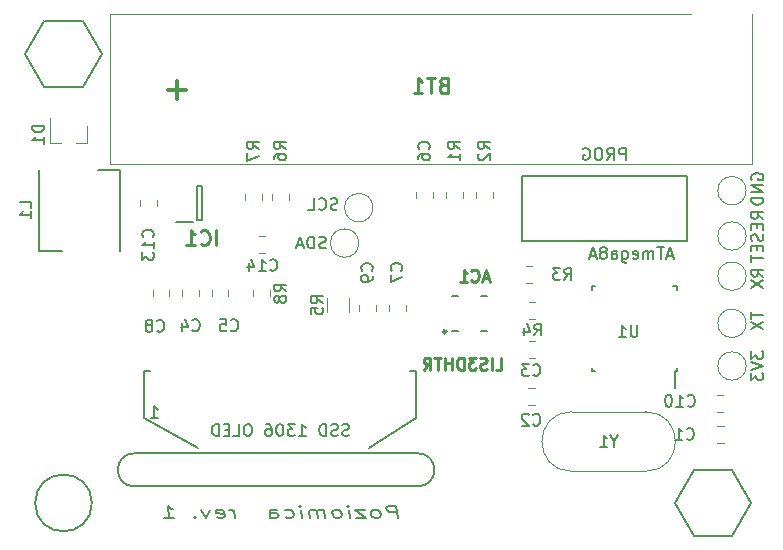
<source format=gbr>
G04 #@! TF.GenerationSoftware,KiCad,Pcbnew,(5.0.2)-1*
G04 #@! TF.CreationDate,2020-02-24T21:14:20+01:00*
G04 #@! TF.ProjectId,Poziomica 1.0,506f7a69-6f6d-4696-9361-20312e302e6b,rev?*
G04 #@! TF.SameCoordinates,Original*
G04 #@! TF.FileFunction,Legend,Bot*
G04 #@! TF.FilePolarity,Positive*
%FSLAX46Y46*%
G04 Gerber Fmt 4.6, Leading zero omitted, Abs format (unit mm)*
G04 Created by KiCad (PCBNEW (5.0.2)-1) date 24.02.2020 21:14:20*
%MOMM*%
%LPD*%
G01*
G04 APERTURE LIST*
%ADD10C,0.150000*%
%ADD11C,0.200000*%
%ADD12C,0.120000*%
%ADD13C,0.100000*%
%ADD14C,0.254000*%
%ADD15C,0.300000*%
%ADD16C,0.250000*%
G04 APERTURE END LIST*
D10*
X7400000Y-43000000D02*
G75*
G03X7400000Y-43000000I-2400000J0D01*
G01*
X58375129Y-45785641D02*
X56775129Y-43014359D01*
X61600000Y-45800000D02*
X58400000Y-45800000D01*
X56775129Y-42985641D02*
X58375129Y-40214359D01*
X58400000Y-40200000D02*
X61600000Y-40200000D01*
X61624871Y-40214359D02*
X63224871Y-42985641D01*
X63224871Y-43014359D02*
X61624871Y-45785641D01*
X6624871Y-2214359D02*
X8224871Y-4985641D01*
X8224871Y-5014359D02*
X6624871Y-7785641D01*
X6600000Y-7800000D02*
X3400000Y-7800000D01*
X3375129Y-7785641D02*
X1775129Y-5014359D01*
X1775129Y-4985641D02*
X3375129Y-2214359D01*
X3400000Y-2200000D02*
X6600000Y-2200000D01*
X11000000Y-41600000D02*
X35000000Y-41600000D01*
X35000000Y-38800000D02*
X11000000Y-38800000D01*
X35000000Y-38800000D02*
G75*
G02X35000000Y-41600000I0J-1400000D01*
G01*
X11000000Y-41600000D02*
G75*
G02X11000000Y-38800000I0J1400000D01*
G01*
D11*
X33306904Y-44252380D02*
X33181904Y-43252380D01*
X32610476Y-43252380D01*
X32473571Y-43300000D01*
X32408095Y-43347619D01*
X32348571Y-43442857D01*
X32366428Y-43585714D01*
X32449761Y-43680952D01*
X32527142Y-43728571D01*
X32675952Y-43776190D01*
X33247380Y-43776190D01*
X31592619Y-44252380D02*
X31729523Y-44204761D01*
X31795000Y-44157142D01*
X31854523Y-44061904D01*
X31818809Y-43776190D01*
X31735476Y-43680952D01*
X31658095Y-43633333D01*
X31509285Y-43585714D01*
X31295000Y-43585714D01*
X31158095Y-43633333D01*
X31092619Y-43680952D01*
X31033095Y-43776190D01*
X31068809Y-44061904D01*
X31152142Y-44157142D01*
X31229523Y-44204761D01*
X31378333Y-44252380D01*
X31592619Y-44252380D01*
X30509285Y-43585714D02*
X29723571Y-43585714D01*
X30592619Y-44252380D01*
X29806904Y-44252380D01*
X29235476Y-44252380D02*
X29152142Y-43585714D01*
X29110476Y-43252380D02*
X29187857Y-43300000D01*
X29122380Y-43347619D01*
X29045000Y-43300000D01*
X29110476Y-43252380D01*
X29122380Y-43347619D01*
X28306904Y-44252380D02*
X28443809Y-44204761D01*
X28509285Y-44157142D01*
X28568809Y-44061904D01*
X28533095Y-43776190D01*
X28449761Y-43680952D01*
X28372380Y-43633333D01*
X28223571Y-43585714D01*
X28009285Y-43585714D01*
X27872380Y-43633333D01*
X27806904Y-43680952D01*
X27747380Y-43776190D01*
X27783095Y-44061904D01*
X27866428Y-44157142D01*
X27943809Y-44204761D01*
X28092619Y-44252380D01*
X28306904Y-44252380D01*
X27164047Y-44252380D02*
X27080714Y-43585714D01*
X27092619Y-43680952D02*
X27015238Y-43633333D01*
X26866428Y-43585714D01*
X26652142Y-43585714D01*
X26515238Y-43633333D01*
X26455714Y-43728571D01*
X26521190Y-44252380D01*
X26455714Y-43728571D02*
X26372380Y-43633333D01*
X26223571Y-43585714D01*
X26009285Y-43585714D01*
X25872380Y-43633333D01*
X25812857Y-43728571D01*
X25878333Y-44252380D01*
X25164047Y-44252380D02*
X25080714Y-43585714D01*
X25039047Y-43252380D02*
X25116428Y-43300000D01*
X25050952Y-43347619D01*
X24973571Y-43300000D01*
X25039047Y-43252380D01*
X25050952Y-43347619D01*
X23800952Y-44204761D02*
X23949761Y-44252380D01*
X24235476Y-44252380D01*
X24372380Y-44204761D01*
X24437857Y-44157142D01*
X24497380Y-44061904D01*
X24461666Y-43776190D01*
X24378333Y-43680952D01*
X24300952Y-43633333D01*
X24152142Y-43585714D01*
X23866428Y-43585714D01*
X23729523Y-43633333D01*
X22521190Y-44252380D02*
X22455714Y-43728571D01*
X22515238Y-43633333D01*
X22652142Y-43585714D01*
X22937857Y-43585714D01*
X23086666Y-43633333D01*
X22515238Y-44204761D02*
X22664047Y-44252380D01*
X23021190Y-44252380D01*
X23158095Y-44204761D01*
X23217619Y-44109523D01*
X23205714Y-44014285D01*
X23122380Y-43919047D01*
X22973571Y-43871428D01*
X22616428Y-43871428D01*
X22467619Y-43823809D01*
X19521190Y-44252380D02*
X19437857Y-43585714D01*
X19461666Y-43776190D02*
X19378333Y-43680952D01*
X19300952Y-43633333D01*
X19152142Y-43585714D01*
X19009285Y-43585714D01*
X18015238Y-44204761D02*
X18164047Y-44252380D01*
X18449761Y-44252380D01*
X18586666Y-44204761D01*
X18646190Y-44109523D01*
X18598571Y-43728571D01*
X18515238Y-43633333D01*
X18366428Y-43585714D01*
X18080714Y-43585714D01*
X17943809Y-43633333D01*
X17884285Y-43728571D01*
X17896190Y-43823809D01*
X18622380Y-43919047D01*
X17366428Y-43585714D02*
X17092619Y-44252380D01*
X16652142Y-43585714D01*
X16152142Y-44157142D02*
X16086666Y-44204761D01*
X16164047Y-44252380D01*
X16229523Y-44204761D01*
X16152142Y-44157142D01*
X16164047Y-44252380D01*
X13521190Y-44252380D02*
X14378333Y-44252380D01*
X13949761Y-44252380D02*
X13824761Y-43252380D01*
X13985476Y-43395238D01*
X14140238Y-43490476D01*
X14289047Y-43538095D01*
D12*
G04 #@! TO.C,R8*
X22460000Y-25511252D02*
X22460000Y-24988748D01*
X21040000Y-25511252D02*
X21040000Y-24988748D01*
D13*
G04 #@! TO.C,BT1*
X8972000Y-1570000D02*
X58150000Y-1570000D01*
X8972000Y-14270000D02*
X8972000Y-1570000D01*
X63328000Y-14270000D02*
X8972000Y-14270000D01*
X63328000Y-1570000D02*
X63328000Y-14270000D01*
D11*
G04 #@! TO.C,AC1*
X37870000Y-28470000D02*
X37870000Y-28470000D01*
X37870000Y-28470000D02*
X37870000Y-28470000D01*
X37870000Y-28470000D02*
X38370000Y-28470000D01*
X40870000Y-28470000D02*
X40870000Y-28470000D01*
X40870000Y-28470000D02*
X40370000Y-28470000D01*
X37870000Y-25470000D02*
X37870000Y-25470000D01*
X37870000Y-25470000D02*
X38370000Y-25470000D01*
X40870000Y-25470000D02*
X40870000Y-25470000D01*
X40870000Y-25470000D02*
X40370000Y-25470000D01*
D14*
X37395000Y-28494000D02*
G75*
G03X37395000Y-28494000I-125000J0D01*
G01*
D12*
G04 #@! TO.C,Y1*
X54285000Y-35275000D02*
X48035000Y-35275000D01*
X54285000Y-40325000D02*
X48035000Y-40325000D01*
X54285000Y-40325000D02*
G75*
G03X54285000Y-35275000I0J2525000D01*
G01*
X48035000Y-40325000D02*
G75*
G02X48035000Y-35275000I0J2525000D01*
G01*
G04 #@! TO.C,C4*
X15040000Y-25511252D02*
X15040000Y-24988748D01*
X16460000Y-25511252D02*
X16460000Y-24988748D01*
D10*
G04 #@! TO.C,J1*
X57800000Y-15310000D02*
X43800000Y-15310000D01*
X57800000Y-20810000D02*
X57800000Y-15310000D01*
X43800000Y-20810000D02*
X57800000Y-20810000D01*
X43800000Y-15310000D02*
X43800000Y-20810000D01*
G04 #@! TO.C,CON1*
X11860000Y-35820000D02*
X11860000Y-31820000D01*
X16360000Y-38320000D02*
X11860000Y-35820000D01*
X34860000Y-35820000D02*
X30860000Y-38320000D01*
X34860000Y-31820000D02*
X34860000Y-35820000D01*
X34860000Y-31820000D02*
X34360000Y-31820000D01*
X11860000Y-31820000D02*
X12360000Y-31820000D01*
D12*
G04 #@! TO.C,C1*
X60363748Y-37910000D02*
X60886252Y-37910000D01*
X60363748Y-36490000D02*
X60886252Y-36490000D01*
G04 #@! TO.C,C2*
X44886252Y-34710000D02*
X44363748Y-34710000D01*
X44886252Y-33290000D02*
X44363748Y-33290000D01*
G04 #@! TO.C,C3*
X44442748Y-30728000D02*
X44965252Y-30728000D01*
X44442748Y-29308000D02*
X44965252Y-29308000D01*
G04 #@! TO.C,C5*
X18960000Y-25511252D02*
X18960000Y-24988748D01*
X17540000Y-25511252D02*
X17540000Y-24988748D01*
G04 #@! TO.C,C6*
X36270000Y-16688748D02*
X36270000Y-17211252D01*
X34850000Y-16688748D02*
X34850000Y-17211252D01*
G04 #@! TO.C,C7*
X32540000Y-26761252D02*
X32540000Y-26238748D01*
X33960000Y-26761252D02*
X33960000Y-26238748D01*
G04 #@! TO.C,C8*
X12540000Y-24988748D02*
X12540000Y-25511252D01*
X13960000Y-24988748D02*
X13960000Y-25511252D01*
G04 #@! TO.C,C9*
X31460000Y-26761252D02*
X31460000Y-26238748D01*
X30040000Y-26761252D02*
X30040000Y-26238748D01*
G04 #@! TO.C,C10*
X60338748Y-33890000D02*
X60861252Y-33890000D01*
X60338748Y-35310000D02*
X60861252Y-35310000D01*
G04 #@! TO.C,R1*
X38810000Y-17211252D02*
X38810000Y-16688748D01*
X37390000Y-17211252D02*
X37390000Y-16688748D01*
G04 #@! TO.C,R2*
X39930000Y-17211252D02*
X39930000Y-16688748D01*
X41350000Y-17211252D02*
X41350000Y-16688748D01*
G04 #@! TO.C,R3*
X44188748Y-24378000D02*
X44711252Y-24378000D01*
X44188748Y-22958000D02*
X44711252Y-22958000D01*
G04 #@! TO.C,R4*
X44442748Y-26006000D02*
X44965252Y-26006000D01*
X44442748Y-27426000D02*
X44965252Y-27426000D01*
G04 #@! TO.C,TP1*
X62800000Y-31400000D02*
G75*
G03X62800000Y-31400000I-1200000J0D01*
G01*
G04 #@! TO.C,TP2*
X31200000Y-18000000D02*
G75*
G03X31200000Y-18000000I-1200000J0D01*
G01*
G04 #@! TO.C,TP3*
X30000000Y-21000000D02*
G75*
G03X30000000Y-21000000I-1200000J0D01*
G01*
G04 #@! TO.C,TP4*
X62800000Y-16556000D02*
G75*
G03X62800000Y-16556000I-1200000J0D01*
G01*
G04 #@! TO.C,TP5*
X62800000Y-20400000D02*
G75*
G03X62800000Y-20400000I-1200000J0D01*
G01*
D10*
G04 #@! TO.C,U1*
X56965000Y-31865000D02*
X56740000Y-31865000D01*
X56965000Y-24615000D02*
X56640000Y-24615000D01*
X49715000Y-24615000D02*
X50040000Y-24615000D01*
X49715000Y-31865000D02*
X50040000Y-31865000D01*
X56965000Y-31865000D02*
X56965000Y-31540000D01*
X49715000Y-31865000D02*
X49715000Y-31540000D01*
X49715000Y-24615000D02*
X49715000Y-24940000D01*
X56965000Y-24615000D02*
X56965000Y-24940000D01*
X56740000Y-31865000D02*
X56740000Y-33290000D01*
D12*
G04 #@! TO.C,C13*
X12902000Y-17310748D02*
X12902000Y-17833252D01*
X11482000Y-17310748D02*
X11482000Y-17833252D01*
G04 #@! TO.C,C14*
X22105252Y-20418000D02*
X21582748Y-20418000D01*
X22105252Y-21838000D02*
X21582748Y-21838000D01*
G04 #@! TO.C,R6*
X22658000Y-17325252D02*
X22658000Y-16802748D01*
X24078000Y-17325252D02*
X24078000Y-16802748D01*
G04 #@! TO.C,R7*
X20372000Y-16802748D02*
X20372000Y-17325252D01*
X21792000Y-16802748D02*
X21792000Y-17325252D01*
G04 #@! TO.C,R5*
X27340000Y-25647936D02*
X27340000Y-26852064D01*
X29160000Y-25647936D02*
X29160000Y-26852064D01*
D10*
G04 #@! TO.C,L1*
X2971000Y-21629000D02*
X4876000Y-21629000D01*
X2971000Y-14771000D02*
X2971000Y-21629000D01*
X9829000Y-14771000D02*
X7924000Y-14771000D01*
X9829000Y-21629000D02*
X9829000Y-14771000D01*
D12*
G04 #@! TO.C,TP6*
X62800000Y-23800000D02*
G75*
G03X62800000Y-23800000I-1200000J0D01*
G01*
G04 #@! TO.C,TP7*
X62800000Y-27800000D02*
G75*
G03X62800000Y-27800000I-1200000J0D01*
G01*
G04 #@! TO.C,D1*
X6980000Y-12560000D02*
X6050000Y-12560000D01*
X3820000Y-12560000D02*
X4750000Y-12560000D01*
X3820000Y-12560000D02*
X3820000Y-10400000D01*
X6980000Y-12560000D02*
X6980000Y-11100000D01*
D11*
G04 #@! TO.C,IC1*
X16300000Y-19050000D02*
X16700000Y-19050000D01*
X16700000Y-19050000D02*
X16700000Y-16150000D01*
X16700000Y-16150000D02*
X16300000Y-16150000D01*
X16300000Y-16150000D02*
X16300000Y-19050000D01*
X14550000Y-19200000D02*
X15950000Y-19200000D01*
G04 #@! TO.C,R8*
D10*
X23852380Y-25083333D02*
X23376190Y-24750000D01*
X23852380Y-24511904D02*
X22852380Y-24511904D01*
X22852380Y-24892857D01*
X22900000Y-24988095D01*
X22947619Y-25035714D01*
X23042857Y-25083333D01*
X23185714Y-25083333D01*
X23280952Y-25035714D01*
X23328571Y-24988095D01*
X23376190Y-24892857D01*
X23376190Y-24511904D01*
X23280952Y-25654761D02*
X23233333Y-25559523D01*
X23185714Y-25511904D01*
X23090476Y-25464285D01*
X23042857Y-25464285D01*
X22947619Y-25511904D01*
X22900000Y-25559523D01*
X22852380Y-25654761D01*
X22852380Y-25845238D01*
X22900000Y-25940476D01*
X22947619Y-25988095D01*
X23042857Y-26035714D01*
X23090476Y-26035714D01*
X23185714Y-25988095D01*
X23233333Y-25940476D01*
X23280952Y-25845238D01*
X23280952Y-25654761D01*
X23328571Y-25559523D01*
X23376190Y-25511904D01*
X23471428Y-25464285D01*
X23661904Y-25464285D01*
X23757142Y-25511904D01*
X23804761Y-25559523D01*
X23852380Y-25654761D01*
X23852380Y-25845238D01*
X23804761Y-25940476D01*
X23757142Y-25988095D01*
X23661904Y-26035714D01*
X23471428Y-26035714D01*
X23376190Y-25988095D01*
X23328571Y-25940476D01*
X23280952Y-25845238D01*
G04 #@! TO.C,BT1*
D14*
X37147857Y-7606285D02*
X36966428Y-7666761D01*
X36905952Y-7727238D01*
X36845476Y-7848190D01*
X36845476Y-8029619D01*
X36905952Y-8150571D01*
X36966428Y-8211047D01*
X37087380Y-8271523D01*
X37571190Y-8271523D01*
X37571190Y-7001523D01*
X37147857Y-7001523D01*
X37026904Y-7062000D01*
X36966428Y-7122476D01*
X36905952Y-7243428D01*
X36905952Y-7364380D01*
X36966428Y-7485333D01*
X37026904Y-7545809D01*
X37147857Y-7606285D01*
X37571190Y-7606285D01*
X36482619Y-7001523D02*
X35756904Y-7001523D01*
X36119761Y-8271523D02*
X36119761Y-7001523D01*
X34668333Y-8271523D02*
X35394047Y-8271523D01*
X35031190Y-8271523D02*
X35031190Y-7001523D01*
X35152142Y-7182952D01*
X35273095Y-7303904D01*
X35394047Y-7364380D01*
D15*
X15409904Y-8062857D02*
X13886095Y-8062857D01*
X14648000Y-8824761D02*
X14648000Y-7300952D01*
G04 #@! TO.C,AC1*
D16*
X41014285Y-23966666D02*
X40538095Y-23966666D01*
X41109523Y-24252380D02*
X40776190Y-23252380D01*
X40442857Y-24252380D01*
X39538095Y-24157142D02*
X39585714Y-24204761D01*
X39728571Y-24252380D01*
X39823809Y-24252380D01*
X39966666Y-24204761D01*
X40061904Y-24109523D01*
X40109523Y-24014285D01*
X40157142Y-23823809D01*
X40157142Y-23680952D01*
X40109523Y-23490476D01*
X40061904Y-23395238D01*
X39966666Y-23300000D01*
X39823809Y-23252380D01*
X39728571Y-23252380D01*
X39585714Y-23300000D01*
X39538095Y-23347619D01*
X38585714Y-24252380D02*
X39157142Y-24252380D01*
X38871428Y-24252380D02*
X38871428Y-23252380D01*
X38966666Y-23395238D01*
X39061904Y-23490476D01*
X39157142Y-23538095D01*
X41585714Y-31702380D02*
X42061904Y-31702380D01*
X42061904Y-30702380D01*
X41252380Y-31702380D02*
X41252380Y-30702380D01*
X40823809Y-31654761D02*
X40680952Y-31702380D01*
X40442857Y-31702380D01*
X40347619Y-31654761D01*
X40300000Y-31607142D01*
X40252380Y-31511904D01*
X40252380Y-31416666D01*
X40300000Y-31321428D01*
X40347619Y-31273809D01*
X40442857Y-31226190D01*
X40633333Y-31178571D01*
X40728571Y-31130952D01*
X40776190Y-31083333D01*
X40823809Y-30988095D01*
X40823809Y-30892857D01*
X40776190Y-30797619D01*
X40728571Y-30750000D01*
X40633333Y-30702380D01*
X40395238Y-30702380D01*
X40252380Y-30750000D01*
X39919047Y-30702380D02*
X39300000Y-30702380D01*
X39633333Y-31083333D01*
X39490476Y-31083333D01*
X39395238Y-31130952D01*
X39347619Y-31178571D01*
X39300000Y-31273809D01*
X39300000Y-31511904D01*
X39347619Y-31607142D01*
X39395238Y-31654761D01*
X39490476Y-31702380D01*
X39776190Y-31702380D01*
X39871428Y-31654761D01*
X39919047Y-31607142D01*
X38871428Y-31702380D02*
X38871428Y-30702380D01*
X38633333Y-30702380D01*
X38490476Y-30750000D01*
X38395238Y-30845238D01*
X38347619Y-30940476D01*
X38300000Y-31130952D01*
X38300000Y-31273809D01*
X38347619Y-31464285D01*
X38395238Y-31559523D01*
X38490476Y-31654761D01*
X38633333Y-31702380D01*
X38871428Y-31702380D01*
X37871428Y-31702380D02*
X37871428Y-30702380D01*
X37871428Y-31178571D02*
X37300000Y-31178571D01*
X37300000Y-31702380D02*
X37300000Y-30702380D01*
X36966666Y-30702380D02*
X36395238Y-30702380D01*
X36680952Y-31702380D02*
X36680952Y-30702380D01*
X35490476Y-31702380D02*
X35823809Y-31226190D01*
X36061904Y-31702380D02*
X36061904Y-30702380D01*
X35680952Y-30702380D01*
X35585714Y-30750000D01*
X35538095Y-30797619D01*
X35490476Y-30892857D01*
X35490476Y-31035714D01*
X35538095Y-31130952D01*
X35585714Y-31178571D01*
X35680952Y-31226190D01*
X36061904Y-31226190D01*
G04 #@! TO.C,Y1*
D10*
X51636190Y-37776190D02*
X51636190Y-38252380D01*
X51969523Y-37252380D02*
X51636190Y-37776190D01*
X51302857Y-37252380D01*
X50445714Y-38252380D02*
X51017142Y-38252380D01*
X50731428Y-38252380D02*
X50731428Y-37252380D01*
X50826666Y-37395238D01*
X50921904Y-37490476D01*
X51017142Y-37538095D01*
G04 #@! TO.C,C4*
X15916666Y-28357142D02*
X15964285Y-28404761D01*
X16107142Y-28452380D01*
X16202380Y-28452380D01*
X16345238Y-28404761D01*
X16440476Y-28309523D01*
X16488095Y-28214285D01*
X16535714Y-28023809D01*
X16535714Y-27880952D01*
X16488095Y-27690476D01*
X16440476Y-27595238D01*
X16345238Y-27500000D01*
X16202380Y-27452380D01*
X16107142Y-27452380D01*
X15964285Y-27500000D01*
X15916666Y-27547619D01*
X15059523Y-27785714D02*
X15059523Y-28452380D01*
X15297619Y-27404761D02*
X15535714Y-28119047D01*
X14916666Y-28119047D01*
G04 #@! TO.C,J1*
X52585714Y-13960380D02*
X52585714Y-12960380D01*
X52204761Y-12960380D01*
X52109523Y-13008000D01*
X52061904Y-13055619D01*
X52014285Y-13150857D01*
X52014285Y-13293714D01*
X52061904Y-13388952D01*
X52109523Y-13436571D01*
X52204761Y-13484190D01*
X52585714Y-13484190D01*
X51014285Y-13960380D02*
X51347619Y-13484190D01*
X51585714Y-13960380D02*
X51585714Y-12960380D01*
X51204761Y-12960380D01*
X51109523Y-13008000D01*
X51061904Y-13055619D01*
X51014285Y-13150857D01*
X51014285Y-13293714D01*
X51061904Y-13388952D01*
X51109523Y-13436571D01*
X51204761Y-13484190D01*
X51585714Y-13484190D01*
X50395238Y-12960380D02*
X50204761Y-12960380D01*
X50109523Y-13008000D01*
X50014285Y-13103238D01*
X49966666Y-13293714D01*
X49966666Y-13627047D01*
X50014285Y-13817523D01*
X50109523Y-13912761D01*
X50204761Y-13960380D01*
X50395238Y-13960380D01*
X50490476Y-13912761D01*
X50585714Y-13817523D01*
X50633333Y-13627047D01*
X50633333Y-13293714D01*
X50585714Y-13103238D01*
X50490476Y-13008000D01*
X50395238Y-12960380D01*
X49014285Y-13008000D02*
X49109523Y-12960380D01*
X49252380Y-12960380D01*
X49395238Y-13008000D01*
X49490476Y-13103238D01*
X49538095Y-13198476D01*
X49585714Y-13388952D01*
X49585714Y-13531809D01*
X49538095Y-13722285D01*
X49490476Y-13817523D01*
X49395238Y-13912761D01*
X49252380Y-13960380D01*
X49157142Y-13960380D01*
X49014285Y-13912761D01*
X48966666Y-13865142D01*
X48966666Y-13531809D01*
X49157142Y-13531809D01*
G04 #@! TO.C,CON1*
X29177523Y-37280761D02*
X29034666Y-37328380D01*
X28796571Y-37328380D01*
X28701333Y-37280761D01*
X28653714Y-37233142D01*
X28606095Y-37137904D01*
X28606095Y-37042666D01*
X28653714Y-36947428D01*
X28701333Y-36899809D01*
X28796571Y-36852190D01*
X28987047Y-36804571D01*
X29082285Y-36756952D01*
X29129904Y-36709333D01*
X29177523Y-36614095D01*
X29177523Y-36518857D01*
X29129904Y-36423619D01*
X29082285Y-36376000D01*
X28987047Y-36328380D01*
X28748952Y-36328380D01*
X28606095Y-36376000D01*
X28225142Y-37280761D02*
X28082285Y-37328380D01*
X27844190Y-37328380D01*
X27748952Y-37280761D01*
X27701333Y-37233142D01*
X27653714Y-37137904D01*
X27653714Y-37042666D01*
X27701333Y-36947428D01*
X27748952Y-36899809D01*
X27844190Y-36852190D01*
X28034666Y-36804571D01*
X28129904Y-36756952D01*
X28177523Y-36709333D01*
X28225142Y-36614095D01*
X28225142Y-36518857D01*
X28177523Y-36423619D01*
X28129904Y-36376000D01*
X28034666Y-36328380D01*
X27796571Y-36328380D01*
X27653714Y-36376000D01*
X27225142Y-37328380D02*
X27225142Y-36328380D01*
X26987047Y-36328380D01*
X26844190Y-36376000D01*
X26748952Y-36471238D01*
X26701333Y-36566476D01*
X26653714Y-36756952D01*
X26653714Y-36899809D01*
X26701333Y-37090285D01*
X26748952Y-37185523D01*
X26844190Y-37280761D01*
X26987047Y-37328380D01*
X27225142Y-37328380D01*
X24939428Y-37328380D02*
X25510857Y-37328380D01*
X25225142Y-37328380D02*
X25225142Y-36328380D01*
X25320380Y-36471238D01*
X25415619Y-36566476D01*
X25510857Y-36614095D01*
X24606095Y-36328380D02*
X23987047Y-36328380D01*
X24320380Y-36709333D01*
X24177523Y-36709333D01*
X24082285Y-36756952D01*
X24034666Y-36804571D01*
X23987047Y-36899809D01*
X23987047Y-37137904D01*
X24034666Y-37233142D01*
X24082285Y-37280761D01*
X24177523Y-37328380D01*
X24463238Y-37328380D01*
X24558476Y-37280761D01*
X24606095Y-37233142D01*
X23368000Y-36328380D02*
X23272761Y-36328380D01*
X23177523Y-36376000D01*
X23129904Y-36423619D01*
X23082285Y-36518857D01*
X23034666Y-36709333D01*
X23034666Y-36947428D01*
X23082285Y-37137904D01*
X23129904Y-37233142D01*
X23177523Y-37280761D01*
X23272761Y-37328380D01*
X23368000Y-37328380D01*
X23463238Y-37280761D01*
X23510857Y-37233142D01*
X23558476Y-37137904D01*
X23606095Y-36947428D01*
X23606095Y-36709333D01*
X23558476Y-36518857D01*
X23510857Y-36423619D01*
X23463238Y-36376000D01*
X23368000Y-36328380D01*
X22177523Y-36328380D02*
X22368000Y-36328380D01*
X22463238Y-36376000D01*
X22510857Y-36423619D01*
X22606095Y-36566476D01*
X22653714Y-36756952D01*
X22653714Y-37137904D01*
X22606095Y-37233142D01*
X22558476Y-37280761D01*
X22463238Y-37328380D01*
X22272761Y-37328380D01*
X22177523Y-37280761D01*
X22129904Y-37233142D01*
X22082285Y-37137904D01*
X22082285Y-36899809D01*
X22129904Y-36804571D01*
X22177523Y-36756952D01*
X22272761Y-36709333D01*
X22463238Y-36709333D01*
X22558476Y-36756952D01*
X22606095Y-36804571D01*
X22653714Y-36899809D01*
X20701333Y-36328380D02*
X20510857Y-36328380D01*
X20415619Y-36376000D01*
X20320380Y-36471238D01*
X20272761Y-36661714D01*
X20272761Y-36995047D01*
X20320380Y-37185523D01*
X20415619Y-37280761D01*
X20510857Y-37328380D01*
X20701333Y-37328380D01*
X20796571Y-37280761D01*
X20891809Y-37185523D01*
X20939428Y-36995047D01*
X20939428Y-36661714D01*
X20891809Y-36471238D01*
X20796571Y-36376000D01*
X20701333Y-36328380D01*
X19368000Y-37328380D02*
X19844190Y-37328380D01*
X19844190Y-36328380D01*
X19034666Y-36804571D02*
X18701333Y-36804571D01*
X18558476Y-37328380D02*
X19034666Y-37328380D01*
X19034666Y-36328380D01*
X18558476Y-36328380D01*
X18129904Y-37328380D02*
X18129904Y-36328380D01*
X17891809Y-36328380D01*
X17748952Y-36376000D01*
X17653714Y-36471238D01*
X17606095Y-36566476D01*
X17558476Y-36756952D01*
X17558476Y-36899809D01*
X17606095Y-37090285D01*
X17653714Y-37185523D01*
X17748952Y-37280761D01*
X17891809Y-37328380D01*
X18129904Y-37328380D01*
X12414285Y-35804380D02*
X12985714Y-35804380D01*
X12700000Y-35804380D02*
X12700000Y-34804380D01*
X12795238Y-34947238D01*
X12890476Y-35042476D01*
X12985714Y-35090095D01*
G04 #@! TO.C,C1*
X57766666Y-37557142D02*
X57814285Y-37604761D01*
X57957142Y-37652380D01*
X58052380Y-37652380D01*
X58195238Y-37604761D01*
X58290476Y-37509523D01*
X58338095Y-37414285D01*
X58385714Y-37223809D01*
X58385714Y-37080952D01*
X58338095Y-36890476D01*
X58290476Y-36795238D01*
X58195238Y-36700000D01*
X58052380Y-36652380D01*
X57957142Y-36652380D01*
X57814285Y-36700000D01*
X57766666Y-36747619D01*
X56814285Y-37652380D02*
X57385714Y-37652380D01*
X57100000Y-37652380D02*
X57100000Y-36652380D01*
X57195238Y-36795238D01*
X57290476Y-36890476D01*
X57385714Y-36938095D01*
G04 #@! TO.C,C2*
X44766666Y-36357142D02*
X44814285Y-36404761D01*
X44957142Y-36452380D01*
X45052380Y-36452380D01*
X45195238Y-36404761D01*
X45290476Y-36309523D01*
X45338095Y-36214285D01*
X45385714Y-36023809D01*
X45385714Y-35880952D01*
X45338095Y-35690476D01*
X45290476Y-35595238D01*
X45195238Y-35500000D01*
X45052380Y-35452380D01*
X44957142Y-35452380D01*
X44814285Y-35500000D01*
X44766666Y-35547619D01*
X44385714Y-35547619D02*
X44338095Y-35500000D01*
X44242857Y-35452380D01*
X44004761Y-35452380D01*
X43909523Y-35500000D01*
X43861904Y-35547619D01*
X43814285Y-35642857D01*
X43814285Y-35738095D01*
X43861904Y-35880952D01*
X44433333Y-36452380D01*
X43814285Y-36452380D01*
G04 #@! TO.C,C3*
X44766666Y-32157142D02*
X44814285Y-32204761D01*
X44957142Y-32252380D01*
X45052380Y-32252380D01*
X45195238Y-32204761D01*
X45290476Y-32109523D01*
X45338095Y-32014285D01*
X45385714Y-31823809D01*
X45385714Y-31680952D01*
X45338095Y-31490476D01*
X45290476Y-31395238D01*
X45195238Y-31300000D01*
X45052380Y-31252380D01*
X44957142Y-31252380D01*
X44814285Y-31300000D01*
X44766666Y-31347619D01*
X44433333Y-31252380D02*
X43814285Y-31252380D01*
X44147619Y-31633333D01*
X44004761Y-31633333D01*
X43909523Y-31680952D01*
X43861904Y-31728571D01*
X43814285Y-31823809D01*
X43814285Y-32061904D01*
X43861904Y-32157142D01*
X43909523Y-32204761D01*
X44004761Y-32252380D01*
X44290476Y-32252380D01*
X44385714Y-32204761D01*
X44433333Y-32157142D01*
G04 #@! TO.C,C5*
X19166666Y-28357142D02*
X19214285Y-28404761D01*
X19357142Y-28452380D01*
X19452380Y-28452380D01*
X19595238Y-28404761D01*
X19690476Y-28309523D01*
X19738095Y-28214285D01*
X19785714Y-28023809D01*
X19785714Y-27880952D01*
X19738095Y-27690476D01*
X19690476Y-27595238D01*
X19595238Y-27500000D01*
X19452380Y-27452380D01*
X19357142Y-27452380D01*
X19214285Y-27500000D01*
X19166666Y-27547619D01*
X18261904Y-27452380D02*
X18738095Y-27452380D01*
X18785714Y-27928571D01*
X18738095Y-27880952D01*
X18642857Y-27833333D01*
X18404761Y-27833333D01*
X18309523Y-27880952D01*
X18261904Y-27928571D01*
X18214285Y-28023809D01*
X18214285Y-28261904D01*
X18261904Y-28357142D01*
X18309523Y-28404761D01*
X18404761Y-28452380D01*
X18642857Y-28452380D01*
X18738095Y-28404761D01*
X18785714Y-28357142D01*
G04 #@! TO.C,C6*
X35917142Y-13033333D02*
X35964761Y-12985714D01*
X36012380Y-12842857D01*
X36012380Y-12747619D01*
X35964761Y-12604761D01*
X35869523Y-12509523D01*
X35774285Y-12461904D01*
X35583809Y-12414285D01*
X35440952Y-12414285D01*
X35250476Y-12461904D01*
X35155238Y-12509523D01*
X35060000Y-12604761D01*
X35012380Y-12747619D01*
X35012380Y-12842857D01*
X35060000Y-12985714D01*
X35107619Y-13033333D01*
X35012380Y-13890476D02*
X35012380Y-13700000D01*
X35060000Y-13604761D01*
X35107619Y-13557142D01*
X35250476Y-13461904D01*
X35440952Y-13414285D01*
X35821904Y-13414285D01*
X35917142Y-13461904D01*
X35964761Y-13509523D01*
X36012380Y-13604761D01*
X36012380Y-13795238D01*
X35964761Y-13890476D01*
X35917142Y-13938095D01*
X35821904Y-13985714D01*
X35583809Y-13985714D01*
X35488571Y-13938095D01*
X35440952Y-13890476D01*
X35393333Y-13795238D01*
X35393333Y-13604761D01*
X35440952Y-13509523D01*
X35488571Y-13461904D01*
X35583809Y-13414285D01*
G04 #@! TO.C,C7*
X33607142Y-23333333D02*
X33654761Y-23285714D01*
X33702380Y-23142857D01*
X33702380Y-23047619D01*
X33654761Y-22904761D01*
X33559523Y-22809523D01*
X33464285Y-22761904D01*
X33273809Y-22714285D01*
X33130952Y-22714285D01*
X32940476Y-22761904D01*
X32845238Y-22809523D01*
X32750000Y-22904761D01*
X32702380Y-23047619D01*
X32702380Y-23142857D01*
X32750000Y-23285714D01*
X32797619Y-23333333D01*
X32702380Y-23666666D02*
X32702380Y-24333333D01*
X33702380Y-23904761D01*
G04 #@! TO.C,C8*
X12916666Y-28401142D02*
X12964285Y-28448761D01*
X13107142Y-28496380D01*
X13202380Y-28496380D01*
X13345238Y-28448761D01*
X13440476Y-28353523D01*
X13488095Y-28258285D01*
X13535714Y-28067809D01*
X13535714Y-27924952D01*
X13488095Y-27734476D01*
X13440476Y-27639238D01*
X13345238Y-27544000D01*
X13202380Y-27496380D01*
X13107142Y-27496380D01*
X12964285Y-27544000D01*
X12916666Y-27591619D01*
X12345238Y-27924952D02*
X12440476Y-27877333D01*
X12488095Y-27829714D01*
X12535714Y-27734476D01*
X12535714Y-27686857D01*
X12488095Y-27591619D01*
X12440476Y-27544000D01*
X12345238Y-27496380D01*
X12154761Y-27496380D01*
X12059523Y-27544000D01*
X12011904Y-27591619D01*
X11964285Y-27686857D01*
X11964285Y-27734476D01*
X12011904Y-27829714D01*
X12059523Y-27877333D01*
X12154761Y-27924952D01*
X12345238Y-27924952D01*
X12440476Y-27972571D01*
X12488095Y-28020190D01*
X12535714Y-28115428D01*
X12535714Y-28305904D01*
X12488095Y-28401142D01*
X12440476Y-28448761D01*
X12345238Y-28496380D01*
X12154761Y-28496380D01*
X12059523Y-28448761D01*
X12011904Y-28401142D01*
X11964285Y-28305904D01*
X11964285Y-28115428D01*
X12011904Y-28020190D01*
X12059523Y-27972571D01*
X12154761Y-27924952D01*
G04 #@! TO.C,C9*
X31107142Y-23333333D02*
X31154761Y-23285714D01*
X31202380Y-23142857D01*
X31202380Y-23047619D01*
X31154761Y-22904761D01*
X31059523Y-22809523D01*
X30964285Y-22761904D01*
X30773809Y-22714285D01*
X30630952Y-22714285D01*
X30440476Y-22761904D01*
X30345238Y-22809523D01*
X30250000Y-22904761D01*
X30202380Y-23047619D01*
X30202380Y-23142857D01*
X30250000Y-23285714D01*
X30297619Y-23333333D01*
X31202380Y-23809523D02*
X31202380Y-24000000D01*
X31154761Y-24095238D01*
X31107142Y-24142857D01*
X30964285Y-24238095D01*
X30773809Y-24285714D01*
X30392857Y-24285714D01*
X30297619Y-24238095D01*
X30250000Y-24190476D01*
X30202380Y-24095238D01*
X30202380Y-23904761D01*
X30250000Y-23809523D01*
X30297619Y-23761904D01*
X30392857Y-23714285D01*
X30630952Y-23714285D01*
X30726190Y-23761904D01*
X30773809Y-23809523D01*
X30821428Y-23904761D01*
X30821428Y-24095238D01*
X30773809Y-24190476D01*
X30726190Y-24238095D01*
X30630952Y-24285714D01*
G04 #@! TO.C,C10*
X57842857Y-34757142D02*
X57890476Y-34804761D01*
X58033333Y-34852380D01*
X58128571Y-34852380D01*
X58271428Y-34804761D01*
X58366666Y-34709523D01*
X58414285Y-34614285D01*
X58461904Y-34423809D01*
X58461904Y-34280952D01*
X58414285Y-34090476D01*
X58366666Y-33995238D01*
X58271428Y-33900000D01*
X58128571Y-33852380D01*
X58033333Y-33852380D01*
X57890476Y-33900000D01*
X57842857Y-33947619D01*
X56890476Y-34852380D02*
X57461904Y-34852380D01*
X57176190Y-34852380D02*
X57176190Y-33852380D01*
X57271428Y-33995238D01*
X57366666Y-34090476D01*
X57461904Y-34138095D01*
X56271428Y-33852380D02*
X56176190Y-33852380D01*
X56080952Y-33900000D01*
X56033333Y-33947619D01*
X55985714Y-34042857D01*
X55938095Y-34233333D01*
X55938095Y-34471428D01*
X55985714Y-34661904D01*
X56033333Y-34757142D01*
X56080952Y-34804761D01*
X56176190Y-34852380D01*
X56271428Y-34852380D01*
X56366666Y-34804761D01*
X56414285Y-34757142D01*
X56461904Y-34661904D01*
X56509523Y-34471428D01*
X56509523Y-34233333D01*
X56461904Y-34042857D01*
X56414285Y-33947619D01*
X56366666Y-33900000D01*
X56271428Y-33852380D01*
G04 #@! TO.C,R1*
X38552380Y-13033333D02*
X38076190Y-12700000D01*
X38552380Y-12461904D02*
X37552380Y-12461904D01*
X37552380Y-12842857D01*
X37600000Y-12938095D01*
X37647619Y-12985714D01*
X37742857Y-13033333D01*
X37885714Y-13033333D01*
X37980952Y-12985714D01*
X38028571Y-12938095D01*
X38076190Y-12842857D01*
X38076190Y-12461904D01*
X38552380Y-13985714D02*
X38552380Y-13414285D01*
X38552380Y-13700000D02*
X37552380Y-13700000D01*
X37695238Y-13604761D01*
X37790476Y-13509523D01*
X37838095Y-13414285D01*
G04 #@! TO.C,R2*
X41092380Y-13033333D02*
X40616190Y-12700000D01*
X41092380Y-12461904D02*
X40092380Y-12461904D01*
X40092380Y-12842857D01*
X40140000Y-12938095D01*
X40187619Y-12985714D01*
X40282857Y-13033333D01*
X40425714Y-13033333D01*
X40520952Y-12985714D01*
X40568571Y-12938095D01*
X40616190Y-12842857D01*
X40616190Y-12461904D01*
X40187619Y-13414285D02*
X40140000Y-13461904D01*
X40092380Y-13557142D01*
X40092380Y-13795238D01*
X40140000Y-13890476D01*
X40187619Y-13938095D01*
X40282857Y-13985714D01*
X40378095Y-13985714D01*
X40520952Y-13938095D01*
X41092380Y-13366666D01*
X41092380Y-13985714D01*
G04 #@! TO.C,R3*
X47410666Y-24120380D02*
X47744000Y-23644190D01*
X47982095Y-24120380D02*
X47982095Y-23120380D01*
X47601142Y-23120380D01*
X47505904Y-23168000D01*
X47458285Y-23215619D01*
X47410666Y-23310857D01*
X47410666Y-23453714D01*
X47458285Y-23548952D01*
X47505904Y-23596571D01*
X47601142Y-23644190D01*
X47982095Y-23644190D01*
X47077333Y-23120380D02*
X46458285Y-23120380D01*
X46791619Y-23501333D01*
X46648761Y-23501333D01*
X46553523Y-23548952D01*
X46505904Y-23596571D01*
X46458285Y-23691809D01*
X46458285Y-23929904D01*
X46505904Y-24025142D01*
X46553523Y-24072761D01*
X46648761Y-24120380D01*
X46934476Y-24120380D01*
X47029714Y-24072761D01*
X47077333Y-24025142D01*
G04 #@! TO.C,R4*
X44870666Y-28818380D02*
X45204000Y-28342190D01*
X45442095Y-28818380D02*
X45442095Y-27818380D01*
X45061142Y-27818380D01*
X44965904Y-27866000D01*
X44918285Y-27913619D01*
X44870666Y-28008857D01*
X44870666Y-28151714D01*
X44918285Y-28246952D01*
X44965904Y-28294571D01*
X45061142Y-28342190D01*
X45442095Y-28342190D01*
X44013523Y-28151714D02*
X44013523Y-28818380D01*
X44251619Y-27770761D02*
X44489714Y-28485047D01*
X43870666Y-28485047D01*
G04 #@! TO.C,TP1*
X63252380Y-30161904D02*
X63252380Y-30780952D01*
X63633333Y-30447619D01*
X63633333Y-30590476D01*
X63680952Y-30685714D01*
X63728571Y-30733333D01*
X63823809Y-30780952D01*
X64061904Y-30780952D01*
X64157142Y-30733333D01*
X64204761Y-30685714D01*
X64252380Y-30590476D01*
X64252380Y-30304761D01*
X64204761Y-30209523D01*
X64157142Y-30161904D01*
X63252380Y-31066666D02*
X64252380Y-31400000D01*
X63252380Y-31733333D01*
X63252380Y-31971428D02*
X63252380Y-32590476D01*
X63633333Y-32257142D01*
X63633333Y-32400000D01*
X63680952Y-32495238D01*
X63728571Y-32542857D01*
X63823809Y-32590476D01*
X64061904Y-32590476D01*
X64157142Y-32542857D01*
X64204761Y-32495238D01*
X64252380Y-32400000D01*
X64252380Y-32114285D01*
X64204761Y-32019047D01*
X64157142Y-31971428D01*
G04 #@! TO.C,TP2*
X28190476Y-18154761D02*
X28047619Y-18202380D01*
X27809523Y-18202380D01*
X27714285Y-18154761D01*
X27666666Y-18107142D01*
X27619047Y-18011904D01*
X27619047Y-17916666D01*
X27666666Y-17821428D01*
X27714285Y-17773809D01*
X27809523Y-17726190D01*
X28000000Y-17678571D01*
X28095238Y-17630952D01*
X28142857Y-17583333D01*
X28190476Y-17488095D01*
X28190476Y-17392857D01*
X28142857Y-17297619D01*
X28095238Y-17250000D01*
X28000000Y-17202380D01*
X27761904Y-17202380D01*
X27619047Y-17250000D01*
X26619047Y-18107142D02*
X26666666Y-18154761D01*
X26809523Y-18202380D01*
X26904761Y-18202380D01*
X27047619Y-18154761D01*
X27142857Y-18059523D01*
X27190476Y-17964285D01*
X27238095Y-17773809D01*
X27238095Y-17630952D01*
X27190476Y-17440476D01*
X27142857Y-17345238D01*
X27047619Y-17250000D01*
X26904761Y-17202380D01*
X26809523Y-17202380D01*
X26666666Y-17250000D01*
X26619047Y-17297619D01*
X25714285Y-18202380D02*
X26190476Y-18202380D01*
X26190476Y-17202380D01*
G04 #@! TO.C,TP3*
X27214285Y-21404761D02*
X27071428Y-21452380D01*
X26833333Y-21452380D01*
X26738095Y-21404761D01*
X26690476Y-21357142D01*
X26642857Y-21261904D01*
X26642857Y-21166666D01*
X26690476Y-21071428D01*
X26738095Y-21023809D01*
X26833333Y-20976190D01*
X27023809Y-20928571D01*
X27119047Y-20880952D01*
X27166666Y-20833333D01*
X27214285Y-20738095D01*
X27214285Y-20642857D01*
X27166666Y-20547619D01*
X27119047Y-20500000D01*
X27023809Y-20452380D01*
X26785714Y-20452380D01*
X26642857Y-20500000D01*
X26214285Y-21452380D02*
X26214285Y-20452380D01*
X25976190Y-20452380D01*
X25833333Y-20500000D01*
X25738095Y-20595238D01*
X25690476Y-20690476D01*
X25642857Y-20880952D01*
X25642857Y-21023809D01*
X25690476Y-21214285D01*
X25738095Y-21309523D01*
X25833333Y-21404761D01*
X25976190Y-21452380D01*
X26214285Y-21452380D01*
X25261904Y-21166666D02*
X24785714Y-21166666D01*
X25357142Y-21452380D02*
X25023809Y-20452380D01*
X24690476Y-21452380D01*
G04 #@! TO.C,TP4*
X63300000Y-15638095D02*
X63252380Y-15542857D01*
X63252380Y-15400000D01*
X63300000Y-15257142D01*
X63395238Y-15161904D01*
X63490476Y-15114285D01*
X63680952Y-15066666D01*
X63823809Y-15066666D01*
X64014285Y-15114285D01*
X64109523Y-15161904D01*
X64204761Y-15257142D01*
X64252380Y-15400000D01*
X64252380Y-15495238D01*
X64204761Y-15638095D01*
X64157142Y-15685714D01*
X63823809Y-15685714D01*
X63823809Y-15495238D01*
X64252380Y-16114285D02*
X63252380Y-16114285D01*
X64252380Y-16685714D01*
X63252380Y-16685714D01*
X64252380Y-17161904D02*
X63252380Y-17161904D01*
X63252380Y-17400000D01*
X63300000Y-17542857D01*
X63395238Y-17638095D01*
X63490476Y-17685714D01*
X63680952Y-17733333D01*
X63823809Y-17733333D01*
X64014285Y-17685714D01*
X64109523Y-17638095D01*
X64204761Y-17542857D01*
X64252380Y-17400000D01*
X64252380Y-17161904D01*
G04 #@! TO.C,TP5*
X64252380Y-18947619D02*
X63776190Y-18614285D01*
X64252380Y-18376190D02*
X63252380Y-18376190D01*
X63252380Y-18757142D01*
X63300000Y-18852380D01*
X63347619Y-18900000D01*
X63442857Y-18947619D01*
X63585714Y-18947619D01*
X63680952Y-18900000D01*
X63728571Y-18852380D01*
X63776190Y-18757142D01*
X63776190Y-18376190D01*
X63728571Y-19376190D02*
X63728571Y-19709523D01*
X64252380Y-19852380D02*
X64252380Y-19376190D01*
X63252380Y-19376190D01*
X63252380Y-19852380D01*
X64204761Y-20233333D02*
X64252380Y-20376190D01*
X64252380Y-20614285D01*
X64204761Y-20709523D01*
X64157142Y-20757142D01*
X64061904Y-20804761D01*
X63966666Y-20804761D01*
X63871428Y-20757142D01*
X63823809Y-20709523D01*
X63776190Y-20614285D01*
X63728571Y-20423809D01*
X63680952Y-20328571D01*
X63633333Y-20280952D01*
X63538095Y-20233333D01*
X63442857Y-20233333D01*
X63347619Y-20280952D01*
X63300000Y-20328571D01*
X63252380Y-20423809D01*
X63252380Y-20661904D01*
X63300000Y-20804761D01*
X63728571Y-21233333D02*
X63728571Y-21566666D01*
X64252380Y-21709523D02*
X64252380Y-21233333D01*
X63252380Y-21233333D01*
X63252380Y-21709523D01*
X63252380Y-21995238D02*
X63252380Y-22566666D01*
X64252380Y-22280952D02*
X63252380Y-22280952D01*
G04 #@! TO.C,U1*
X53593904Y-27946380D02*
X53593904Y-28755904D01*
X53546285Y-28851142D01*
X53498666Y-28898761D01*
X53403428Y-28946380D01*
X53212952Y-28946380D01*
X53117714Y-28898761D01*
X53070095Y-28851142D01*
X53022476Y-28755904D01*
X53022476Y-27946380D01*
X52022476Y-28946380D02*
X52593904Y-28946380D01*
X52308190Y-28946380D02*
X52308190Y-27946380D01*
X52403428Y-28089238D01*
X52498666Y-28184476D01*
X52593904Y-28232095D01*
X56609809Y-22056666D02*
X56133619Y-22056666D01*
X56705047Y-22342380D02*
X56371714Y-21342380D01*
X56038380Y-22342380D01*
X55847904Y-21342380D02*
X55276476Y-21342380D01*
X55562190Y-22342380D02*
X55562190Y-21342380D01*
X54943142Y-22342380D02*
X54943142Y-21675714D01*
X54943142Y-21770952D02*
X54895523Y-21723333D01*
X54800285Y-21675714D01*
X54657428Y-21675714D01*
X54562190Y-21723333D01*
X54514571Y-21818571D01*
X54514571Y-22342380D01*
X54514571Y-21818571D02*
X54466952Y-21723333D01*
X54371714Y-21675714D01*
X54228857Y-21675714D01*
X54133619Y-21723333D01*
X54086000Y-21818571D01*
X54086000Y-22342380D01*
X53228857Y-22294761D02*
X53324095Y-22342380D01*
X53514571Y-22342380D01*
X53609809Y-22294761D01*
X53657428Y-22199523D01*
X53657428Y-21818571D01*
X53609809Y-21723333D01*
X53514571Y-21675714D01*
X53324095Y-21675714D01*
X53228857Y-21723333D01*
X53181238Y-21818571D01*
X53181238Y-21913809D01*
X53657428Y-22009047D01*
X52324095Y-21675714D02*
X52324095Y-22485238D01*
X52371714Y-22580476D01*
X52419333Y-22628095D01*
X52514571Y-22675714D01*
X52657428Y-22675714D01*
X52752666Y-22628095D01*
X52324095Y-22294761D02*
X52419333Y-22342380D01*
X52609809Y-22342380D01*
X52705047Y-22294761D01*
X52752666Y-22247142D01*
X52800285Y-22151904D01*
X52800285Y-21866190D01*
X52752666Y-21770952D01*
X52705047Y-21723333D01*
X52609809Y-21675714D01*
X52419333Y-21675714D01*
X52324095Y-21723333D01*
X51419333Y-22342380D02*
X51419333Y-21818571D01*
X51466952Y-21723333D01*
X51562190Y-21675714D01*
X51752666Y-21675714D01*
X51847904Y-21723333D01*
X51419333Y-22294761D02*
X51514571Y-22342380D01*
X51752666Y-22342380D01*
X51847904Y-22294761D01*
X51895523Y-22199523D01*
X51895523Y-22104285D01*
X51847904Y-22009047D01*
X51752666Y-21961428D01*
X51514571Y-21961428D01*
X51419333Y-21913809D01*
X50800285Y-21770952D02*
X50895523Y-21723333D01*
X50943142Y-21675714D01*
X50990761Y-21580476D01*
X50990761Y-21532857D01*
X50943142Y-21437619D01*
X50895523Y-21390000D01*
X50800285Y-21342380D01*
X50609809Y-21342380D01*
X50514571Y-21390000D01*
X50466952Y-21437619D01*
X50419333Y-21532857D01*
X50419333Y-21580476D01*
X50466952Y-21675714D01*
X50514571Y-21723333D01*
X50609809Y-21770952D01*
X50800285Y-21770952D01*
X50895523Y-21818571D01*
X50943142Y-21866190D01*
X50990761Y-21961428D01*
X50990761Y-22151904D01*
X50943142Y-22247142D01*
X50895523Y-22294761D01*
X50800285Y-22342380D01*
X50609809Y-22342380D01*
X50514571Y-22294761D01*
X50466952Y-22247142D01*
X50419333Y-22151904D01*
X50419333Y-21961428D01*
X50466952Y-21866190D01*
X50514571Y-21818571D01*
X50609809Y-21770952D01*
X50038380Y-22056666D02*
X49562190Y-22056666D01*
X50133619Y-22342380D02*
X49800285Y-21342380D01*
X49466952Y-22342380D01*
G04 #@! TO.C,C13*
X12549142Y-20485142D02*
X12596761Y-20437523D01*
X12644380Y-20294666D01*
X12644380Y-20199428D01*
X12596761Y-20056571D01*
X12501523Y-19961333D01*
X12406285Y-19913714D01*
X12215809Y-19866095D01*
X12072952Y-19866095D01*
X11882476Y-19913714D01*
X11787238Y-19961333D01*
X11692000Y-20056571D01*
X11644380Y-20199428D01*
X11644380Y-20294666D01*
X11692000Y-20437523D01*
X11739619Y-20485142D01*
X12644380Y-21437523D02*
X12644380Y-20866095D01*
X12644380Y-21151809D02*
X11644380Y-21151809D01*
X11787238Y-21056571D01*
X11882476Y-20961333D01*
X11930095Y-20866095D01*
X11644380Y-21770857D02*
X11644380Y-22389904D01*
X12025333Y-22056571D01*
X12025333Y-22199428D01*
X12072952Y-22294666D01*
X12120571Y-22342285D01*
X12215809Y-22389904D01*
X12453904Y-22389904D01*
X12549142Y-22342285D01*
X12596761Y-22294666D01*
X12644380Y-22199428D01*
X12644380Y-21913714D01*
X12596761Y-21818476D01*
X12549142Y-21770857D01*
G04 #@! TO.C,C14*
X22486857Y-23263142D02*
X22534476Y-23310761D01*
X22677333Y-23358380D01*
X22772571Y-23358380D01*
X22915428Y-23310761D01*
X23010666Y-23215523D01*
X23058285Y-23120285D01*
X23105904Y-22929809D01*
X23105904Y-22786952D01*
X23058285Y-22596476D01*
X23010666Y-22501238D01*
X22915428Y-22406000D01*
X22772571Y-22358380D01*
X22677333Y-22358380D01*
X22534476Y-22406000D01*
X22486857Y-22453619D01*
X21534476Y-23358380D02*
X22105904Y-23358380D01*
X21820190Y-23358380D02*
X21820190Y-22358380D01*
X21915428Y-22501238D01*
X22010666Y-22596476D01*
X22105904Y-22644095D01*
X20677333Y-22691714D02*
X20677333Y-23358380D01*
X20915428Y-22310761D02*
X21153523Y-23025047D01*
X20534476Y-23025047D01*
G04 #@! TO.C,R6*
X23820380Y-13033333D02*
X23344190Y-12700000D01*
X23820380Y-12461904D02*
X22820380Y-12461904D01*
X22820380Y-12842857D01*
X22868000Y-12938095D01*
X22915619Y-12985714D01*
X23010857Y-13033333D01*
X23153714Y-13033333D01*
X23248952Y-12985714D01*
X23296571Y-12938095D01*
X23344190Y-12842857D01*
X23344190Y-12461904D01*
X22820380Y-13890476D02*
X22820380Y-13700000D01*
X22868000Y-13604761D01*
X22915619Y-13557142D01*
X23058476Y-13461904D01*
X23248952Y-13414285D01*
X23629904Y-13414285D01*
X23725142Y-13461904D01*
X23772761Y-13509523D01*
X23820380Y-13604761D01*
X23820380Y-13795238D01*
X23772761Y-13890476D01*
X23725142Y-13938095D01*
X23629904Y-13985714D01*
X23391809Y-13985714D01*
X23296571Y-13938095D01*
X23248952Y-13890476D01*
X23201333Y-13795238D01*
X23201333Y-13604761D01*
X23248952Y-13509523D01*
X23296571Y-13461904D01*
X23391809Y-13414285D01*
G04 #@! TO.C,R7*
X21534380Y-13033333D02*
X21058190Y-12700000D01*
X21534380Y-12461904D02*
X20534380Y-12461904D01*
X20534380Y-12842857D01*
X20582000Y-12938095D01*
X20629619Y-12985714D01*
X20724857Y-13033333D01*
X20867714Y-13033333D01*
X20962952Y-12985714D01*
X21010571Y-12938095D01*
X21058190Y-12842857D01*
X21058190Y-12461904D01*
X20534380Y-13366666D02*
X20534380Y-14033333D01*
X21534380Y-13604761D01*
G04 #@! TO.C,R5*
X26952380Y-26083333D02*
X26476190Y-25750000D01*
X26952380Y-25511904D02*
X25952380Y-25511904D01*
X25952380Y-25892857D01*
X26000000Y-25988095D01*
X26047619Y-26035714D01*
X26142857Y-26083333D01*
X26285714Y-26083333D01*
X26380952Y-26035714D01*
X26428571Y-25988095D01*
X26476190Y-25892857D01*
X26476190Y-25511904D01*
X25952380Y-26988095D02*
X25952380Y-26511904D01*
X26428571Y-26464285D01*
X26380952Y-26511904D01*
X26333333Y-26607142D01*
X26333333Y-26845238D01*
X26380952Y-26940476D01*
X26428571Y-26988095D01*
X26523809Y-27035714D01*
X26761904Y-27035714D01*
X26857142Y-26988095D01*
X26904761Y-26940476D01*
X26952380Y-26845238D01*
X26952380Y-26607142D01*
X26904761Y-26511904D01*
X26857142Y-26464285D01*
G04 #@! TO.C,L1*
X2280380Y-18033333D02*
X2280380Y-17557142D01*
X1280380Y-17557142D01*
X2280380Y-18890476D02*
X2280380Y-18319047D01*
X2280380Y-18604761D02*
X1280380Y-18604761D01*
X1423238Y-18509523D01*
X1518476Y-18414285D01*
X1566095Y-18319047D01*
G04 #@! TO.C,TP6*
X64252380Y-23833333D02*
X63776190Y-23500000D01*
X64252380Y-23261904D02*
X63252380Y-23261904D01*
X63252380Y-23642857D01*
X63300000Y-23738095D01*
X63347619Y-23785714D01*
X63442857Y-23833333D01*
X63585714Y-23833333D01*
X63680952Y-23785714D01*
X63728571Y-23738095D01*
X63776190Y-23642857D01*
X63776190Y-23261904D01*
X63252380Y-24166666D02*
X64252380Y-24833333D01*
X63252380Y-24833333D02*
X64252380Y-24166666D01*
G04 #@! TO.C,TP7*
X63252380Y-26838095D02*
X63252380Y-27409523D01*
X64252380Y-27123809D02*
X63252380Y-27123809D01*
X63252380Y-27647619D02*
X64252380Y-28314285D01*
X63252380Y-28314285D02*
X64252380Y-27647619D01*
G04 #@! TO.C,D1*
X3352380Y-11061904D02*
X2352380Y-11061904D01*
X2352380Y-11300000D01*
X2400000Y-11442857D01*
X2495238Y-11538095D01*
X2590476Y-11585714D01*
X2780952Y-11633333D01*
X2923809Y-11633333D01*
X3114285Y-11585714D01*
X3209523Y-11538095D01*
X3304761Y-11442857D01*
X3352380Y-11300000D01*
X3352380Y-11061904D01*
X3352380Y-12585714D02*
X3352380Y-12014285D01*
X3352380Y-12300000D02*
X2352380Y-12300000D01*
X2495238Y-12204761D01*
X2590476Y-12109523D01*
X2638095Y-12014285D01*
G04 #@! TO.C,IC1*
D14*
X17939761Y-21174523D02*
X17939761Y-19904523D01*
X16609285Y-21053571D02*
X16669761Y-21114047D01*
X16851190Y-21174523D01*
X16972142Y-21174523D01*
X17153571Y-21114047D01*
X17274523Y-20993095D01*
X17335000Y-20872142D01*
X17395476Y-20630238D01*
X17395476Y-20448809D01*
X17335000Y-20206904D01*
X17274523Y-20085952D01*
X17153571Y-19965000D01*
X16972142Y-19904523D01*
X16851190Y-19904523D01*
X16669761Y-19965000D01*
X16609285Y-20025476D01*
X15399761Y-21174523D02*
X16125476Y-21174523D01*
X15762619Y-21174523D02*
X15762619Y-19904523D01*
X15883571Y-20085952D01*
X16004523Y-20206904D01*
X16125476Y-20267380D01*
G04 #@! TD*
M02*

</source>
